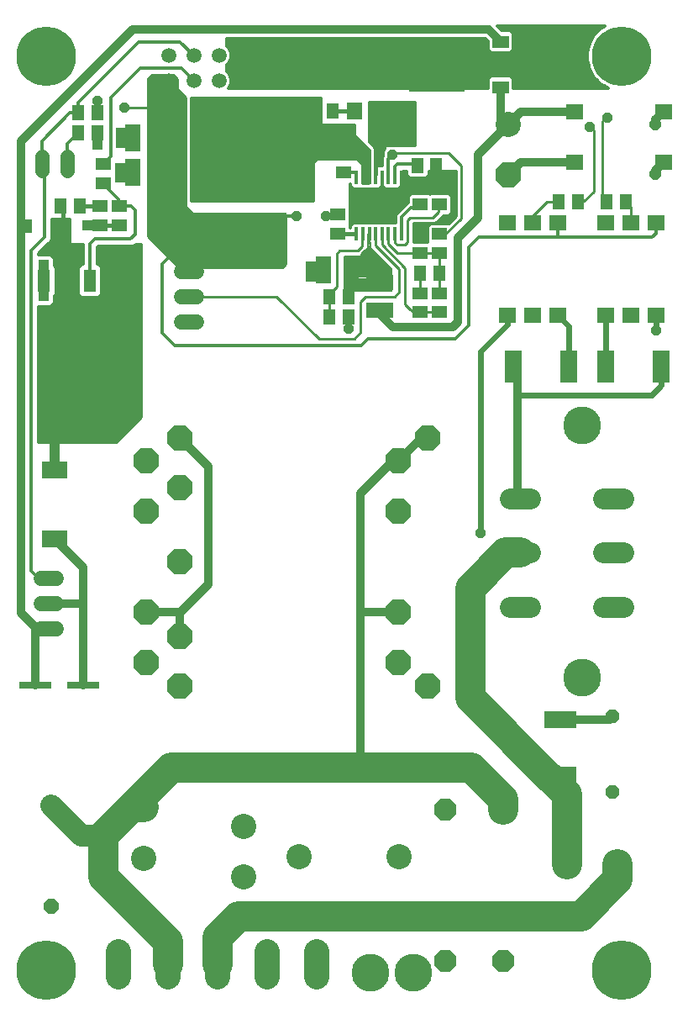
<source format=gtl>
G75*
G70*
%OFA0B0*%
%FSLAX24Y24*%
%IPPOS*%
%LPD*%
%AMOC8*
5,1,8,0,0,1.08239X$1,22.5*
%
%ADD10C,0.1000*%
%ADD11OC8,0.1000*%
%ADD12R,0.0669X0.0591*%
%ADD13R,0.0591X0.0512*%
%ADD14R,0.0512X0.0591*%
%ADD15R,0.0551X0.0551*%
%ADD16R,0.0140X0.0560*%
%ADD17R,0.0800X0.0800*%
%ADD18OC8,0.1181*%
%ADD19R,0.0630X0.1063*%
%ADD20R,0.2165X0.1969*%
%ADD21C,0.0594*%
%ADD22C,0.1000*%
%ADD23OC8,0.0885*%
%ADD24R,0.0630X0.0710*%
%ADD25R,0.1063X0.0630*%
%ADD26C,0.0825*%
%ADD27R,0.0709X0.1260*%
%ADD28R,0.1260X0.0709*%
%ADD29OC8,0.0560*%
%ADD30OC8,0.0760*%
%ADD31C,0.1502*%
%ADD32R,0.0701X0.0598*%
%ADD33R,0.0984X0.0709*%
%ADD34C,0.0594*%
%ADD35R,0.0480X0.0880*%
%ADD36R,0.1417X0.0866*%
%ADD37R,0.1280X0.0300*%
%ADD38OC8,0.0600*%
%ADD39C,0.0560*%
%ADD40R,0.2244X0.2165*%
%ADD41R,0.0669X0.0512*%
%ADD42C,0.1200*%
%ADD43C,0.0320*%
%ADD44C,0.0860*%
%ADD45C,0.0100*%
%ADD46C,0.0070*%
%ADD47C,0.0140*%
%ADD48C,0.0120*%
%ADD49R,0.0396X0.0396*%
%ADD50C,0.0160*%
%ADD51OC8,0.0396*%
%ADD52C,0.2362*%
%ADD53C,0.0240*%
%ADD54C,0.1500*%
%ADD55C,0.0200*%
%ADD56C,0.0400*%
%ADD57OC8,0.0436*%
D10*
X012044Y011426D03*
X012044Y013451D03*
X015981Y012703D03*
X015981Y010678D03*
X018212Y011487D03*
X022149Y011487D03*
X026497Y040528D03*
D11*
X026497Y038528D03*
X023309Y028098D03*
X022137Y027177D03*
X022137Y025177D03*
X022137Y021177D03*
X022137Y019177D03*
X023309Y018256D03*
X013466Y018256D03*
X012137Y019177D03*
X013466Y020224D03*
X012137Y021177D03*
X013466Y023177D03*
X012137Y025177D03*
X013466Y026130D03*
X012137Y027177D03*
X013466Y028098D03*
D12*
X029116Y039023D03*
X029116Y041031D03*
X032659Y041031D03*
X032659Y039023D03*
D13*
X023762Y038101D03*
X023762Y037353D03*
X022987Y037353D03*
X022987Y038101D03*
X022987Y036176D03*
X022987Y035428D03*
X023762Y035428D03*
X023762Y036176D03*
X023762Y033826D03*
X023762Y033078D03*
X022987Y033078D03*
X022987Y033826D03*
X019737Y036203D03*
X019737Y036951D03*
X019962Y038628D03*
X019962Y039376D03*
X011062Y037276D03*
X011062Y036528D03*
X010287Y036528D03*
X010287Y037276D03*
X010437Y038203D03*
X010437Y038951D03*
D14*
X010186Y040202D03*
X009438Y040202D03*
X009438Y040977D03*
X010186Y040977D03*
X009486Y037277D03*
X008738Y037277D03*
X018788Y041052D03*
X019536Y041052D03*
X022888Y038902D03*
X023636Y038902D03*
X023751Y034627D03*
X023003Y034627D03*
X020161Y033677D03*
X020161Y032902D03*
X019413Y032902D03*
X019413Y033677D03*
X028513Y037452D03*
X029261Y037452D03*
X030413Y037452D03*
X031161Y037452D03*
D15*
X021410Y040177D03*
X019914Y040177D03*
X008835Y036502D03*
X007339Y036502D03*
D16*
X020462Y036182D03*
X020722Y036182D03*
X020982Y036182D03*
X021232Y036182D03*
X021492Y036182D03*
X021742Y036182D03*
X022002Y036182D03*
X022262Y036182D03*
X022262Y038422D03*
X022002Y038422D03*
X021742Y038422D03*
X021492Y038422D03*
X021232Y038422D03*
X020982Y038422D03*
X020722Y038422D03*
X020462Y038422D03*
D17*
X021362Y037302D03*
D18*
X021362Y037302D03*
D19*
X020263Y034752D03*
X019161Y034752D03*
X012713Y038627D03*
X011611Y038627D03*
X011611Y040002D03*
X012713Y040002D03*
D20*
X016637Y039400D03*
X016637Y036054D03*
D21*
X014134Y034702D02*
X013540Y034702D01*
X013540Y033702D02*
X014134Y033702D01*
X014134Y032702D02*
X013540Y032702D01*
X008559Y022527D02*
X007965Y022527D01*
X007965Y021527D02*
X008559Y021527D01*
X008559Y020527D02*
X007965Y020527D01*
D22*
X011037Y007727D02*
X011037Y006727D01*
X013006Y006727D02*
X013006Y007727D01*
X014974Y007727D02*
X014974Y006727D01*
X016943Y006727D02*
X016943Y007727D01*
X018911Y007727D02*
X018911Y006727D01*
D23*
X023992Y007362D03*
X026298Y007362D03*
X026298Y013362D03*
X023992Y013362D03*
D24*
X021522Y041052D03*
X020402Y041052D03*
D25*
X021387Y034253D03*
X021387Y033151D03*
D26*
X026550Y025702D02*
X027375Y025702D01*
X027375Y023552D02*
X026550Y023552D01*
X026550Y021402D02*
X027375Y021402D01*
X030250Y021402D02*
X031075Y021402D01*
X031075Y023552D02*
X030250Y023552D01*
X030250Y025702D02*
X031075Y025702D01*
D27*
X030360Y030927D03*
X028890Y030927D03*
X026685Y030927D03*
X032565Y030927D03*
D28*
X028562Y016930D03*
X028562Y014725D03*
D29*
X030637Y014052D03*
X030637Y017052D03*
D30*
X030837Y011202D03*
X028837Y011202D03*
D31*
X029437Y018577D03*
X029437Y028577D03*
D32*
X030362Y032948D03*
X031362Y032948D03*
X032362Y032948D03*
X032362Y036606D03*
X031362Y036606D03*
X030362Y036606D03*
X028462Y036606D03*
X027462Y036606D03*
X026462Y036606D03*
X026462Y032948D03*
X027462Y032948D03*
X028462Y032948D03*
D33*
X008487Y026810D03*
X008487Y024094D03*
D34*
X013025Y042246D03*
X013025Y043246D03*
X014025Y043246D03*
X014025Y042246D03*
X015025Y042246D03*
X015025Y043246D03*
D35*
X009897Y034322D03*
X008987Y034322D03*
X008077Y034322D03*
D36*
X008987Y031882D03*
D37*
X009637Y018302D03*
X007737Y018302D03*
D38*
X008362Y013527D03*
X008362Y009527D03*
D39*
X007987Y038697D02*
X007987Y039257D01*
X008987Y039257D02*
X008987Y038697D01*
D40*
X023663Y042902D03*
D41*
X026199Y042003D03*
X026199Y043802D03*
D42*
X026412Y023552D02*
X026962Y023552D01*
X026412Y023552D02*
X024987Y022127D01*
X024987Y017777D01*
X028137Y014627D01*
X028159Y014630D02*
X028837Y013951D01*
X028837Y011202D01*
X030837Y010577D02*
X029387Y009127D01*
X015812Y009127D01*
X015662Y008977D01*
X015512Y008827D01*
X014974Y008289D01*
X014974Y007227D01*
X013006Y007227D02*
X013006Y008109D01*
X010437Y010677D01*
X010437Y012327D01*
X011561Y013451D01*
X013137Y015027D01*
X020612Y015027D01*
X025037Y015027D01*
X026298Y013767D01*
X026298Y013362D01*
X030837Y011202D02*
X030837Y010577D01*
X012044Y013451D02*
X011561Y013451D01*
D43*
X009637Y018302D02*
X009637Y021477D01*
X009587Y021527D01*
X008262Y021527D01*
X008262Y020527D02*
X007787Y020527D01*
X007737Y020577D01*
X007737Y018302D01*
X007737Y020577D02*
X007162Y021152D01*
X007162Y036502D01*
X007162Y039852D01*
X011587Y044277D01*
X025723Y044277D01*
X026199Y043802D01*
X026199Y042003D02*
X026199Y040826D01*
X026497Y040528D01*
X027000Y041031D01*
X029116Y041031D01*
X029116Y039023D02*
X026992Y039023D01*
X026497Y038528D01*
X025312Y039327D02*
X026512Y040527D01*
X025312Y039327D02*
X025312Y036827D01*
X024512Y036027D01*
X024512Y032702D01*
X024287Y032477D01*
X021937Y032477D01*
X021312Y033102D01*
X021387Y033202D01*
X021387Y033151D01*
X023059Y028098D02*
X022137Y027177D01*
X021922Y027177D01*
X020647Y025902D01*
X020647Y021102D01*
X020722Y021177D01*
X022137Y021177D01*
X020647Y021102D02*
X020647Y015061D01*
X020612Y015027D01*
X013466Y021156D02*
X014612Y022302D01*
X014612Y026952D01*
X013466Y028098D01*
X008487Y024102D02*
X009637Y022952D01*
X009637Y021477D01*
X008487Y024077D02*
X008487Y024102D01*
X012137Y021177D02*
X013441Y021177D01*
X013466Y021152D01*
X013466Y021156D01*
X013466Y021152D02*
X013466Y020224D01*
X023059Y028098D02*
X023309Y028098D01*
X026685Y030927D02*
X026862Y030750D01*
X026862Y029752D01*
X026862Y025802D01*
X026962Y025702D01*
X028562Y016930D02*
X030515Y016930D01*
X030637Y017052D01*
X028562Y014725D02*
X028562Y014677D01*
X028159Y014630D01*
X028137Y014627D01*
X032337Y038552D02*
X032337Y038702D01*
X032659Y039023D01*
X032337Y040527D02*
X032337Y040710D01*
X032659Y041031D01*
X016637Y039400D02*
X016510Y039400D01*
D44*
X008362Y013527D02*
X009562Y012327D01*
X010437Y012327D01*
D45*
X010937Y027927D02*
X007832Y027927D01*
X007832Y033319D01*
X008347Y033319D01*
X008470Y033442D01*
X008470Y033738D01*
X008527Y033795D01*
X009447Y033795D01*
X009570Y033672D01*
X010224Y033672D01*
X010347Y033795D01*
X011937Y033795D01*
X011937Y033697D02*
X010249Y033697D01*
X010347Y033795D02*
X010347Y034849D01*
X010224Y034972D01*
X010157Y034972D01*
X010157Y035665D01*
X010199Y035707D01*
X011566Y035707D01*
X011665Y035748D01*
X011719Y035802D01*
X011937Y035802D01*
X011937Y028927D01*
X010937Y027927D01*
X010994Y027984D02*
X007832Y027984D01*
X007832Y028082D02*
X011092Y028082D01*
X011191Y028181D02*
X007832Y028181D01*
X007832Y028279D02*
X011289Y028279D01*
X011388Y028378D02*
X007832Y028378D01*
X007832Y028476D02*
X011486Y028476D01*
X011585Y028575D02*
X007832Y028575D01*
X007832Y028673D02*
X011683Y028673D01*
X011782Y028772D02*
X007832Y028772D01*
X007832Y028870D02*
X011880Y028870D01*
X011937Y028969D02*
X007832Y028969D01*
X007832Y029067D02*
X011937Y029067D01*
X011937Y029166D02*
X007832Y029166D01*
X007832Y029264D02*
X011937Y029264D01*
X011937Y029363D02*
X007832Y029363D01*
X007832Y029461D02*
X011937Y029461D01*
X011937Y029560D02*
X007832Y029560D01*
X007832Y029658D02*
X011937Y029658D01*
X011937Y029757D02*
X007832Y029757D01*
X007832Y029855D02*
X011937Y029855D01*
X011937Y029954D02*
X007832Y029954D01*
X007832Y030052D02*
X011937Y030052D01*
X011937Y030151D02*
X007832Y030151D01*
X007832Y030249D02*
X011937Y030249D01*
X011937Y030348D02*
X007832Y030348D01*
X007832Y030446D02*
X011937Y030446D01*
X011937Y030545D02*
X007832Y030545D01*
X007832Y030643D02*
X011937Y030643D01*
X011937Y030742D02*
X007832Y030742D01*
X007832Y030840D02*
X011937Y030840D01*
X011937Y030939D02*
X007832Y030939D01*
X007832Y031037D02*
X011937Y031037D01*
X011937Y031136D02*
X007832Y031136D01*
X007832Y031234D02*
X011937Y031234D01*
X011937Y031333D02*
X007832Y031333D01*
X007832Y031431D02*
X011937Y031431D01*
X011937Y031530D02*
X007832Y031530D01*
X007832Y031628D02*
X011937Y031628D01*
X011937Y031727D02*
X007832Y031727D01*
X007832Y031825D02*
X011937Y031825D01*
X011937Y031924D02*
X007832Y031924D01*
X007832Y032022D02*
X011937Y032022D01*
X011937Y032121D02*
X007832Y032121D01*
X007832Y032219D02*
X011937Y032219D01*
X011937Y032318D02*
X007832Y032318D01*
X007832Y032416D02*
X011937Y032416D01*
X011937Y032515D02*
X007832Y032515D01*
X007832Y032613D02*
X011937Y032613D01*
X011937Y032712D02*
X007832Y032712D01*
X007832Y032810D02*
X011937Y032810D01*
X011937Y032909D02*
X007832Y032909D01*
X007832Y033007D02*
X011937Y033007D01*
X011937Y033106D02*
X007832Y033106D01*
X007832Y033204D02*
X011937Y033204D01*
X011937Y033303D02*
X007832Y033303D01*
X008430Y033401D02*
X011937Y033401D01*
X011937Y033500D02*
X008470Y033500D01*
X008470Y033598D02*
X011937Y033598D01*
X011937Y033894D02*
X010347Y033894D01*
X010347Y033992D02*
X011937Y033992D01*
X011937Y034091D02*
X010347Y034091D01*
X010347Y034189D02*
X011937Y034189D01*
X011937Y034288D02*
X010347Y034288D01*
X010347Y034386D02*
X011937Y034386D01*
X011937Y034485D02*
X010347Y034485D01*
X010347Y034583D02*
X011937Y034583D01*
X011937Y034682D02*
X010347Y034682D01*
X010347Y034780D02*
X011937Y034780D01*
X011937Y034879D02*
X010318Y034879D01*
X010157Y034977D02*
X011937Y034977D01*
X011937Y035076D02*
X010157Y035076D01*
X010157Y035174D02*
X011937Y035174D01*
X011937Y035273D02*
X010157Y035273D01*
X010157Y035371D02*
X011937Y035371D01*
X011937Y035470D02*
X010157Y035470D01*
X010157Y035568D02*
X011937Y035568D01*
X011937Y035667D02*
X010159Y035667D01*
X009617Y035667D02*
X008084Y035667D01*
X008182Y035765D02*
X009617Y035765D01*
X009617Y035802D02*
X009617Y034972D01*
X009570Y034972D01*
X009447Y034849D01*
X009447Y033795D01*
X009447Y033894D02*
X008527Y033894D01*
X008527Y033992D02*
X009447Y033992D01*
X009447Y034091D02*
X008527Y034091D01*
X008527Y034189D02*
X009447Y034189D01*
X009447Y034288D02*
X008527Y034288D01*
X008527Y034386D02*
X009447Y034386D01*
X009447Y034485D02*
X008527Y034485D01*
X008527Y034583D02*
X009447Y034583D01*
X009447Y034682D02*
X008527Y034682D01*
X008527Y034780D02*
X009447Y034780D01*
X009477Y034879D02*
X008498Y034879D01*
X008470Y034906D02*
X008470Y035237D01*
X008347Y035360D01*
X007832Y035360D01*
X007832Y035415D01*
X008240Y035823D01*
X008316Y035899D01*
X008357Y035998D01*
X008357Y036802D01*
X009112Y036802D01*
X009112Y035802D01*
X009617Y035802D01*
X009617Y035568D02*
X007985Y035568D01*
X007887Y035470D02*
X009617Y035470D01*
X009617Y035371D02*
X007832Y035371D01*
X008281Y035864D02*
X009112Y035864D01*
X009112Y035962D02*
X008342Y035962D01*
X008357Y036061D02*
X009112Y036061D01*
X009112Y036159D02*
X008357Y036159D01*
X008357Y036258D02*
X009112Y036258D01*
X009112Y036356D02*
X008357Y036356D01*
X008357Y036455D02*
X009112Y036455D01*
X009112Y036553D02*
X008357Y036553D01*
X008357Y036652D02*
X009112Y036652D01*
X009112Y036750D02*
X008357Y036750D01*
X008435Y035273D02*
X009617Y035273D01*
X009617Y035174D02*
X008470Y035174D01*
X008470Y035076D02*
X009617Y035076D01*
X009617Y034977D02*
X008470Y034977D01*
X008470Y034906D02*
X008527Y034849D01*
X008527Y033795D01*
X008470Y033697D02*
X009546Y033697D01*
X011682Y035765D02*
X011937Y035765D01*
X012229Y036061D02*
X017662Y036061D01*
X017662Y036159D02*
X012212Y036159D01*
X012212Y036077D02*
X012212Y042352D01*
X012362Y042502D01*
X013187Y042502D01*
X013362Y042327D01*
X013362Y041927D01*
X013687Y041602D01*
X013687Y037252D01*
X013962Y036977D01*
X017512Y036977D01*
X017662Y036827D01*
X017662Y034977D01*
X017537Y034852D01*
X013437Y034852D01*
X012212Y036077D01*
X012327Y035962D02*
X017662Y035962D01*
X017662Y035864D02*
X012426Y035864D01*
X012524Y035765D02*
X017662Y035765D01*
X017662Y035667D02*
X012623Y035667D01*
X012721Y035568D02*
X017662Y035568D01*
X017662Y035470D02*
X012820Y035470D01*
X012918Y035371D02*
X017662Y035371D01*
X017662Y035273D02*
X013017Y035273D01*
X013115Y035174D02*
X017662Y035174D01*
X017662Y035076D02*
X013214Y035076D01*
X013312Y034977D02*
X017662Y034977D01*
X017564Y034879D02*
X013411Y034879D01*
X013837Y033702D02*
X017312Y033702D01*
X018987Y032027D01*
X020387Y032027D01*
X020637Y032277D01*
X020637Y033502D01*
X020837Y033702D01*
X021987Y033702D01*
X022162Y033877D01*
X022162Y034777D01*
X021232Y035707D01*
X021232Y036182D01*
X021237Y036182D01*
X021492Y036182D02*
X021492Y035747D01*
X022412Y034827D01*
X022412Y033402D01*
X022611Y033203D01*
X022612Y033202D02*
X022736Y033078D01*
X022987Y033078D01*
X023762Y033078D01*
X023762Y033826D02*
X023762Y034651D01*
X023751Y034627D01*
X023762Y034703D01*
X023762Y035428D01*
X022987Y035428D01*
X022111Y035428D01*
X021742Y035797D01*
X021742Y036182D01*
X022002Y036182D02*
X022002Y035837D01*
X022087Y035752D01*
X022412Y035752D01*
X022512Y035852D01*
X022512Y036727D01*
X022612Y036827D01*
X023512Y036827D01*
X023737Y037052D01*
X023762Y037353D01*
X023930Y036927D02*
X024128Y036927D01*
X024228Y037027D01*
X024228Y037679D01*
X024128Y037779D01*
X023397Y037779D01*
X023375Y037757D01*
X023353Y037779D01*
X022622Y037779D01*
X022522Y037679D01*
X022522Y037437D01*
X022407Y037322D01*
X022032Y036947D01*
X020212Y036947D01*
X020212Y036849D02*
X022032Y036849D01*
X022032Y036947D02*
X022032Y036632D01*
X020322Y036632D01*
X020222Y036533D01*
X020222Y036427D01*
X020212Y036427D01*
X020212Y038177D01*
X020222Y038177D01*
X020222Y038072D01*
X020322Y037972D01*
X021373Y037972D01*
X021472Y038072D01*
X021472Y038177D01*
X021502Y038177D01*
X021502Y038072D01*
X021602Y037972D01*
X022143Y037972D01*
X022242Y038072D01*
X022242Y038177D01*
X022312Y038177D01*
X022312Y038677D01*
X022462Y038677D01*
X022462Y038536D01*
X022562Y038437D01*
X023215Y038437D01*
X023314Y038536D01*
X023314Y038677D01*
X024417Y038677D01*
X024417Y036893D01*
X024126Y036602D01*
X023397Y036602D01*
X023297Y036503D01*
X023297Y035854D01*
X022732Y035854D01*
X022732Y036607D01*
X023603Y036607D01*
X023886Y036890D01*
X023930Y036927D01*
X023845Y036849D02*
X024373Y036849D01*
X024417Y036947D02*
X024148Y036947D01*
X024228Y037046D02*
X024417Y037046D01*
X024417Y037144D02*
X024228Y037144D01*
X024228Y037243D02*
X024417Y037243D01*
X024417Y037341D02*
X024228Y037341D01*
X024228Y037440D02*
X024417Y037440D01*
X024417Y037538D02*
X024228Y037538D01*
X024228Y037637D02*
X024417Y037637D01*
X024417Y037735D02*
X024172Y037735D01*
X024417Y037834D02*
X020212Y037834D01*
X020212Y037932D02*
X024417Y037932D01*
X024417Y038031D02*
X022201Y038031D01*
X022242Y038129D02*
X024417Y038129D01*
X024417Y038228D02*
X022312Y038228D01*
X022312Y038326D02*
X024417Y038326D01*
X024417Y038425D02*
X022312Y038425D01*
X022312Y038523D02*
X022476Y038523D01*
X022462Y038622D02*
X022312Y038622D01*
X021912Y039302D02*
X022012Y039402D01*
X024137Y039402D01*
X024637Y038902D01*
X024637Y036802D01*
X024012Y036177D01*
X023812Y036177D01*
X023787Y036152D01*
X023297Y036159D02*
X022732Y036159D01*
X022732Y036061D02*
X023297Y036061D01*
X023297Y035962D02*
X022732Y035962D01*
X022732Y035864D02*
X023297Y035864D01*
X023297Y036258D02*
X022732Y036258D01*
X022732Y036356D02*
X023297Y036356D01*
X023297Y036455D02*
X022732Y036455D01*
X022732Y036553D02*
X023348Y036553D01*
X023648Y036652D02*
X024176Y036652D01*
X024274Y036750D02*
X023746Y036750D01*
X022522Y037440D02*
X020212Y037440D01*
X020212Y037538D02*
X022522Y037538D01*
X022522Y037637D02*
X020212Y037637D01*
X020212Y037735D02*
X022578Y037735D01*
X022426Y037341D02*
X020212Y037341D01*
X020212Y037243D02*
X022328Y037243D01*
X022229Y037144D02*
X020212Y037144D01*
X020212Y037046D02*
X022131Y037046D01*
X022032Y036750D02*
X020212Y036750D01*
X020212Y036652D02*
X022032Y036652D01*
X021543Y038031D02*
X021431Y038031D01*
X021472Y038129D02*
X021502Y038129D01*
X021252Y038527D02*
X021222Y038527D01*
X021222Y038773D01*
X021212Y038783D01*
X021212Y039602D01*
X020962Y039852D01*
X020962Y041427D01*
X022812Y041427D01*
X022812Y039702D01*
X021612Y039702D01*
X021612Y039548D01*
X021544Y039480D01*
X021544Y039298D01*
X021539Y039293D01*
X021502Y039205D01*
X021502Y038902D01*
X021312Y038902D01*
X021262Y038852D01*
X021262Y038783D01*
X021252Y038773D01*
X021252Y038527D01*
X021252Y038622D02*
X021222Y038622D01*
X021222Y038720D02*
X021252Y038720D01*
X021262Y038819D02*
X021212Y038819D01*
X021212Y038917D02*
X021502Y038917D01*
X021502Y039016D02*
X021212Y039016D01*
X021212Y039114D02*
X021502Y039114D01*
X021506Y039213D02*
X021212Y039213D01*
X021212Y039311D02*
X021544Y039311D01*
X021544Y039410D02*
X021212Y039410D01*
X021212Y039508D02*
X021573Y039508D01*
X021612Y039607D02*
X021208Y039607D01*
X021109Y039705D02*
X022812Y039705D01*
X022812Y039804D02*
X021011Y039804D01*
X020962Y039902D02*
X022812Y039902D01*
X022812Y040001D02*
X020962Y040001D01*
X020962Y040099D02*
X022812Y040099D01*
X022812Y040198D02*
X020962Y040198D01*
X020962Y040296D02*
X022812Y040296D01*
X022812Y040395D02*
X020962Y040395D01*
X020962Y040493D02*
X022812Y040493D01*
X022812Y040592D02*
X020962Y040592D01*
X020962Y040690D02*
X022812Y040690D01*
X022812Y040789D02*
X020962Y040789D01*
X020962Y040887D02*
X022812Y040887D01*
X022812Y040986D02*
X020962Y040986D01*
X020962Y041084D02*
X022812Y041084D01*
X022812Y041183D02*
X020962Y041183D01*
X020962Y041281D02*
X022812Y041281D01*
X022812Y041380D02*
X020962Y041380D01*
X020387Y040527D02*
X020387Y040102D01*
X020987Y039502D01*
X020987Y038977D01*
X020962Y038952D01*
X020962Y038202D01*
X020712Y038202D01*
X020712Y038952D01*
X020512Y039152D01*
X018887Y039152D01*
X018762Y039027D01*
X018762Y037477D01*
X013912Y037477D01*
X013912Y041602D01*
X019062Y041602D01*
X019062Y040527D01*
X020387Y040527D01*
X020387Y040493D02*
X013912Y040493D01*
X013912Y040395D02*
X020387Y040395D01*
X020387Y040296D02*
X013912Y040296D01*
X013912Y040198D02*
X020387Y040198D01*
X020390Y040099D02*
X013912Y040099D01*
X013912Y040001D02*
X020489Y040001D01*
X020587Y039902D02*
X013912Y039902D01*
X013912Y039804D02*
X020686Y039804D01*
X020784Y039705D02*
X013912Y039705D01*
X013912Y039607D02*
X020883Y039607D01*
X020981Y039508D02*
X013912Y039508D01*
X013912Y039410D02*
X020987Y039410D01*
X020987Y039311D02*
X013912Y039311D01*
X013912Y039213D02*
X020987Y039213D01*
X020987Y039114D02*
X020550Y039114D01*
X020649Y039016D02*
X020987Y039016D01*
X020962Y038917D02*
X020712Y038917D01*
X020712Y038819D02*
X020962Y038819D01*
X020962Y038720D02*
X020712Y038720D01*
X020712Y038622D02*
X020962Y038622D01*
X020962Y038523D02*
X020712Y038523D01*
X020712Y038425D02*
X020962Y038425D01*
X020962Y038326D02*
X020712Y038326D01*
X020712Y038228D02*
X020962Y038228D01*
X020263Y038031D02*
X020212Y038031D01*
X020212Y038129D02*
X020222Y038129D01*
X020212Y036553D02*
X020243Y036553D01*
X020222Y036455D02*
X020212Y036455D01*
X020712Y036202D02*
X020712Y036182D01*
X020712Y035702D01*
X020537Y035527D01*
X019812Y035527D01*
X019687Y035402D01*
X019687Y034077D01*
X019413Y033803D01*
X019413Y033677D01*
X019413Y032902D01*
X020161Y032902D02*
X020162Y032901D01*
X020162Y032427D01*
X019161Y034752D02*
X019036Y034877D01*
X018662Y034877D01*
X017662Y036258D02*
X012212Y036258D01*
X012212Y036356D02*
X017662Y036356D01*
X017662Y036455D02*
X012212Y036455D01*
X012212Y036553D02*
X017662Y036553D01*
X017662Y036652D02*
X012212Y036652D01*
X012212Y036750D02*
X017662Y036750D01*
X017641Y036849D02*
X012212Y036849D01*
X012212Y036947D02*
X017542Y036947D01*
X018762Y037538D02*
X013912Y037538D01*
X013912Y037637D02*
X018762Y037637D01*
X018762Y037735D02*
X013912Y037735D01*
X013912Y037834D02*
X018762Y037834D01*
X018762Y037932D02*
X013912Y037932D01*
X013912Y038031D02*
X018762Y038031D01*
X018762Y038129D02*
X013912Y038129D01*
X013912Y038228D02*
X018762Y038228D01*
X018762Y038326D02*
X013912Y038326D01*
X013912Y038425D02*
X018762Y038425D01*
X018762Y038523D02*
X013912Y038523D01*
X013912Y038622D02*
X018762Y038622D01*
X018762Y038720D02*
X013912Y038720D01*
X013912Y038819D02*
X018762Y038819D01*
X018762Y038917D02*
X013912Y038917D01*
X013912Y039016D02*
X018762Y039016D01*
X018849Y039114D02*
X013912Y039114D01*
X013687Y039114D02*
X012212Y039114D01*
X012212Y039016D02*
X013687Y039016D01*
X013687Y038917D02*
X012212Y038917D01*
X012212Y038819D02*
X013687Y038819D01*
X013687Y038720D02*
X012212Y038720D01*
X012212Y038622D02*
X013687Y038622D01*
X013687Y038523D02*
X012212Y038523D01*
X012212Y038425D02*
X013687Y038425D01*
X013687Y038326D02*
X012212Y038326D01*
X012212Y038228D02*
X013687Y038228D01*
X013687Y038129D02*
X012212Y038129D01*
X012212Y038031D02*
X013687Y038031D01*
X013687Y037932D02*
X012212Y037932D01*
X012212Y037834D02*
X013687Y037834D01*
X013687Y037735D02*
X012212Y037735D01*
X012212Y037637D02*
X013687Y037637D01*
X013687Y037538D02*
X012212Y037538D01*
X012212Y037440D02*
X013687Y037440D01*
X013687Y037341D02*
X012212Y037341D01*
X012212Y037243D02*
X013697Y037243D01*
X013795Y037144D02*
X012212Y037144D01*
X012212Y037046D02*
X013894Y037046D01*
X013687Y039213D02*
X012212Y039213D01*
X012212Y039311D02*
X013687Y039311D01*
X013687Y039410D02*
X012212Y039410D01*
X012212Y039508D02*
X013687Y039508D01*
X013687Y039607D02*
X012212Y039607D01*
X012212Y039705D02*
X013687Y039705D01*
X013687Y039804D02*
X012212Y039804D01*
X012212Y039902D02*
X013687Y039902D01*
X013687Y040001D02*
X012212Y040001D01*
X012212Y040099D02*
X013687Y040099D01*
X013687Y040198D02*
X012212Y040198D01*
X012212Y040296D02*
X013687Y040296D01*
X013687Y040395D02*
X012212Y040395D01*
X012212Y040493D02*
X013687Y040493D01*
X013687Y040592D02*
X012212Y040592D01*
X012212Y040690D02*
X013687Y040690D01*
X013687Y040789D02*
X012212Y040789D01*
X012212Y040887D02*
X013687Y040887D01*
X013687Y040986D02*
X012212Y040986D01*
X012212Y041084D02*
X013687Y041084D01*
X013687Y041183D02*
X012212Y041183D01*
X012212Y041281D02*
X013687Y041281D01*
X013687Y041380D02*
X012212Y041380D01*
X012212Y041478D02*
X013687Y041478D01*
X013687Y041577D02*
X012212Y041577D01*
X012212Y041675D02*
X013614Y041675D01*
X013516Y041774D02*
X012212Y041774D01*
X012212Y041872D02*
X013417Y041872D01*
X013362Y041971D02*
X012212Y041971D01*
X012212Y042069D02*
X013362Y042069D01*
X013362Y042168D02*
X012212Y042168D01*
X012212Y042266D02*
X013362Y042266D01*
X013325Y042365D02*
X012225Y042365D01*
X012323Y042463D02*
X013226Y042463D01*
X013912Y041577D02*
X019062Y041577D01*
X019062Y041478D02*
X013912Y041478D01*
X013912Y041380D02*
X019062Y041380D01*
X019062Y041281D02*
X013912Y041281D01*
X013912Y041183D02*
X019062Y041183D01*
X019062Y041084D02*
X013912Y041084D01*
X013912Y040986D02*
X019062Y040986D01*
X019062Y040887D02*
X013912Y040887D01*
X013912Y040789D02*
X019062Y040789D01*
X019062Y040690D02*
X013912Y040690D01*
X013912Y040592D02*
X019062Y040592D01*
X020712Y036182D02*
X020722Y036182D01*
X023003Y034627D02*
X023013Y033902D01*
X022987Y033826D01*
X023301Y038523D02*
X024417Y038523D01*
X024417Y038622D02*
X023314Y038622D01*
X027462Y036877D02*
X027462Y036606D01*
X027462Y036877D02*
X028038Y037453D01*
X028513Y037452D01*
X029261Y037452D02*
X029287Y037478D01*
X029513Y037478D01*
X029887Y037852D01*
X029887Y040277D01*
X029737Y040427D01*
X030237Y040652D02*
X030437Y040802D01*
X030237Y040652D02*
X030237Y037627D01*
X030412Y037452D01*
X030413Y037452D01*
X031161Y037452D02*
X031362Y037251D01*
X031362Y036606D01*
X012637Y041152D02*
X012587Y041202D01*
X011262Y041202D01*
X010187Y040978D02*
X010186Y040977D01*
X010187Y040978D02*
X010187Y041452D01*
D46*
X019987Y035277D02*
X019987Y033927D01*
X021862Y033927D01*
X021862Y034787D01*
X021027Y035622D01*
X021027Y035818D01*
X021007Y035838D01*
X021007Y036177D01*
X020947Y036177D01*
X020947Y035838D01*
X020917Y035808D01*
X020917Y035617D01*
X020742Y035442D01*
X020662Y035362D01*
X021288Y035362D01*
X021356Y035293D02*
X020662Y035293D01*
X020662Y035277D02*
X020662Y035362D01*
X020662Y035277D02*
X019987Y035277D01*
X019987Y035225D02*
X021425Y035225D01*
X021493Y035156D02*
X019987Y035156D01*
X019987Y035088D02*
X021562Y035088D01*
X021630Y035019D02*
X019987Y035019D01*
X019987Y034951D02*
X021699Y034951D01*
X021767Y034882D02*
X019987Y034882D01*
X019987Y034814D02*
X021836Y034814D01*
X021862Y034745D02*
X019987Y034745D01*
X019987Y034677D02*
X021862Y034677D01*
X021862Y034608D02*
X019987Y034608D01*
X019987Y034540D02*
X021862Y034540D01*
X021862Y034471D02*
X019987Y034471D01*
X019987Y034403D02*
X021862Y034403D01*
X021862Y034334D02*
X019987Y034334D01*
X019987Y034266D02*
X021862Y034266D01*
X021862Y034197D02*
X019987Y034197D01*
X019987Y034129D02*
X021862Y034129D01*
X021862Y034060D02*
X019987Y034060D01*
X019987Y033992D02*
X021862Y033992D01*
X021219Y035430D02*
X020730Y035430D01*
X020799Y035499D02*
X021151Y035499D01*
X021082Y035567D02*
X020867Y035567D01*
X020917Y035636D02*
X021027Y035636D01*
X021027Y035704D02*
X020917Y035704D01*
X020917Y035773D02*
X021027Y035773D01*
X021007Y035841D02*
X020947Y035841D01*
X020947Y035910D02*
X021007Y035910D01*
X021007Y035978D02*
X020947Y035978D01*
X020947Y036047D02*
X021007Y036047D01*
X021007Y036115D02*
X020947Y036115D01*
D47*
X020462Y036182D02*
X020392Y036182D01*
X020387Y036177D01*
X020462Y038422D02*
X020462Y038602D01*
X020436Y038628D01*
X019962Y038628D01*
X020722Y038422D02*
X020722Y039137D01*
X020737Y039152D01*
X021232Y038847D02*
X021312Y038927D01*
X021232Y038847D02*
X021232Y038422D01*
X021742Y038422D02*
X021742Y039157D01*
X021912Y039327D01*
D48*
X022112Y038952D02*
X022838Y038952D01*
X022888Y038902D01*
X022112Y038952D02*
X022002Y038842D01*
X022002Y038422D01*
X020982Y038422D02*
X020982Y038982D01*
X019737Y036951D02*
X019262Y036902D01*
X018087Y036902D02*
X017312Y036902D01*
X016462Y036052D01*
X016437Y036052D02*
X016412Y036027D01*
X016387Y036052D01*
X016637Y036054D01*
X016412Y036027D02*
X015862Y035477D01*
X015662Y035477D01*
X015687Y035452D01*
X013187Y035427D02*
X012762Y035002D01*
X012762Y032252D01*
X013262Y031752D01*
X020662Y031752D01*
X020937Y032027D01*
X024412Y032027D01*
X024937Y032552D01*
X024937Y035652D01*
X025337Y036052D01*
X028462Y036052D01*
X028462Y036606D01*
X028462Y036052D02*
X032212Y036052D01*
X032362Y036202D01*
X032362Y036602D01*
X030479Y041952D02*
X026713Y041952D01*
X026713Y042333D01*
X026608Y042438D01*
X025789Y042438D01*
X025684Y042333D01*
X025684Y041952D01*
X015405Y041952D01*
X015429Y041976D01*
X015502Y042152D01*
X015502Y042341D01*
X015429Y042517D01*
X015337Y042608D01*
X015337Y042885D01*
X015429Y042976D01*
X015502Y043152D01*
X015502Y043341D01*
X015429Y043517D01*
X015337Y043608D01*
X015337Y043937D01*
X025582Y043937D01*
X025684Y043836D01*
X025684Y043471D01*
X025789Y043366D01*
X026608Y043366D01*
X026713Y043471D01*
X026713Y044132D01*
X026608Y044238D01*
X026244Y044238D01*
X026064Y044418D01*
X030345Y044418D01*
X030161Y044312D01*
X029908Y044058D01*
X029729Y043748D01*
X029636Y043402D01*
X029636Y043043D01*
X029729Y042697D01*
X029908Y042387D01*
X030161Y042133D01*
X030472Y041954D01*
X030479Y041952D01*
X030316Y042044D02*
X026713Y042044D01*
X026713Y042162D02*
X030132Y042162D01*
X030014Y042281D02*
X026713Y042281D01*
X026647Y042399D02*
X029901Y042399D01*
X029832Y042518D02*
X015428Y042518D01*
X015478Y042399D02*
X025750Y042399D01*
X025684Y042281D02*
X015502Y042281D01*
X015502Y042162D02*
X025684Y042162D01*
X025684Y042044D02*
X015457Y042044D01*
X015337Y042636D02*
X029764Y042636D01*
X029713Y042755D02*
X015337Y042755D01*
X015337Y042873D02*
X029682Y042873D01*
X029650Y042992D02*
X015435Y042992D01*
X015484Y043110D02*
X029636Y043110D01*
X029636Y043229D02*
X015502Y043229D01*
X015499Y043347D02*
X029636Y043347D01*
X029653Y043466D02*
X026708Y043466D01*
X026713Y043584D02*
X029685Y043584D01*
X029717Y043703D02*
X026713Y043703D01*
X026713Y043821D02*
X029771Y043821D01*
X029840Y043940D02*
X026713Y043940D01*
X026713Y044058D02*
X029908Y044058D01*
X030027Y044177D02*
X026669Y044177D01*
X026186Y044295D02*
X030145Y044295D01*
X030338Y044414D02*
X026068Y044414D01*
X025684Y043821D02*
X015337Y043821D01*
X015337Y043703D02*
X025684Y043703D01*
X025684Y043584D02*
X015361Y043584D01*
X015450Y043466D02*
X025690Y043466D01*
X022987Y037252D02*
X022962Y037227D01*
X022637Y037227D01*
X022262Y036852D01*
X022262Y036182D01*
X014025Y042246D02*
X013519Y042752D01*
X011912Y042752D01*
X010737Y041577D01*
X010737Y039251D01*
X010437Y038951D01*
X010187Y039727D02*
X010187Y040201D01*
X010186Y040202D01*
X009438Y040202D02*
X008987Y039751D01*
X008987Y038977D01*
X008087Y038877D02*
X007987Y038977D01*
X007987Y039852D01*
X009113Y040978D01*
X009437Y040978D01*
X009438Y040977D01*
X009437Y040978D02*
X009437Y041402D01*
X011837Y043802D01*
X013469Y043802D01*
X014025Y043246D01*
X011611Y040002D02*
X011411Y039802D01*
X011137Y039802D01*
X011611Y038627D02*
X011436Y038427D01*
X011112Y038427D01*
X010437Y038203D02*
X010437Y038152D01*
X011037Y037552D01*
X011037Y037301D01*
X011062Y037276D01*
X011538Y037276D01*
X011687Y037127D01*
X011687Y036152D01*
X011512Y035977D01*
X010087Y035977D01*
X009887Y035777D01*
X009887Y034332D01*
X009897Y034322D01*
X009897Y034487D01*
X008087Y036052D02*
X008087Y038877D01*
X007339Y036502D02*
X007162Y036502D01*
X008087Y036052D02*
X007562Y035527D01*
X007562Y022827D01*
X007862Y022527D01*
X008262Y022527D01*
X010437Y038203D02*
X010412Y038253D01*
D49*
X011112Y038427D03*
X011112Y038802D03*
X011137Y039802D03*
X011137Y040177D03*
X010187Y039727D03*
X009812Y036527D03*
X008062Y034952D03*
X008062Y033727D03*
X008387Y032602D03*
X008787Y032602D03*
X009187Y032602D03*
X009587Y032602D03*
X009587Y031302D03*
X009187Y031302D03*
X008787Y031302D03*
X008387Y031302D03*
X014587Y040827D03*
X015187Y040827D03*
X015787Y040827D03*
X016387Y040827D03*
X016987Y040827D03*
X017587Y040827D03*
X018187Y040827D03*
X020587Y037697D03*
X020587Y037302D03*
X020587Y036907D03*
X022137Y037377D03*
X022137Y037747D03*
X022662Y042102D03*
X022662Y042502D03*
X022662Y042902D03*
X022662Y043302D03*
X024662Y043302D03*
X024662Y042902D03*
X024662Y042502D03*
X024662Y042102D03*
X018662Y034877D03*
X018662Y034502D03*
D50*
X019762Y036177D02*
X019737Y036202D01*
X019762Y036177D02*
X020387Y036177D01*
X020402Y041052D02*
X019536Y041052D01*
X015662Y035477D02*
X015487Y035302D01*
X011062Y036528D02*
X010287Y036528D01*
X010286Y036527D01*
X009812Y036527D01*
X009486Y037277D02*
X010286Y037277D01*
X010287Y037276D01*
X008835Y037180D02*
X008835Y036502D01*
X008835Y037180D02*
X008738Y037277D01*
X008077Y034322D02*
X008062Y034322D01*
X008062Y033727D01*
D51*
X010187Y041452D03*
X011262Y041202D03*
X018087Y036902D03*
X019262Y036902D03*
X021912Y039327D03*
X020162Y032427D03*
X025387Y024327D03*
X032362Y032352D03*
X029737Y040427D03*
X030437Y040802D03*
D52*
X008162Y007002D03*
X030997Y007002D03*
X030997Y043222D03*
X008162Y043222D03*
D53*
X025387Y031527D02*
X025387Y024327D01*
X026862Y029752D02*
X026912Y029802D01*
X032187Y029802D01*
X032565Y030180D01*
X032565Y030927D01*
X032362Y032352D02*
X032362Y032948D01*
X030360Y032855D02*
X030360Y030927D01*
X028890Y030927D02*
X028890Y032521D01*
X028462Y032948D01*
X030337Y032877D02*
X030360Y032855D01*
X026462Y032948D02*
X026462Y032602D01*
X025387Y031527D01*
D54*
X022737Y006877D03*
X021037Y006877D03*
D55*
X030335Y032871D02*
X030362Y032948D01*
D56*
X009012Y031902D02*
X008487Y031377D01*
X008487Y026810D01*
D57*
X032337Y038552D03*
X032337Y040527D03*
M02*

</source>
